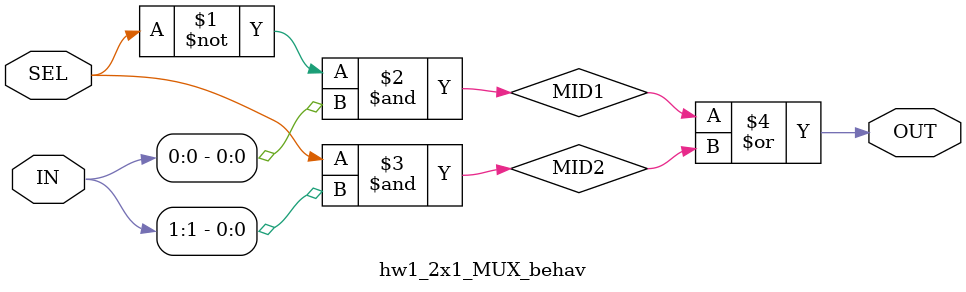
<source format=v>
`timescale 1ns / 1ps
module hw1_2x1_MUX_behav(	input SEL,
	input [1:0] IN,
	output OUT);


	wire MID1, MID2;

	and a0 (MID1, ~SEL, IN[0]);
	and a1 (MID2, SEL, IN[1]);
	or o0 (OUT, MID1, MID2);


endmodule

</source>
